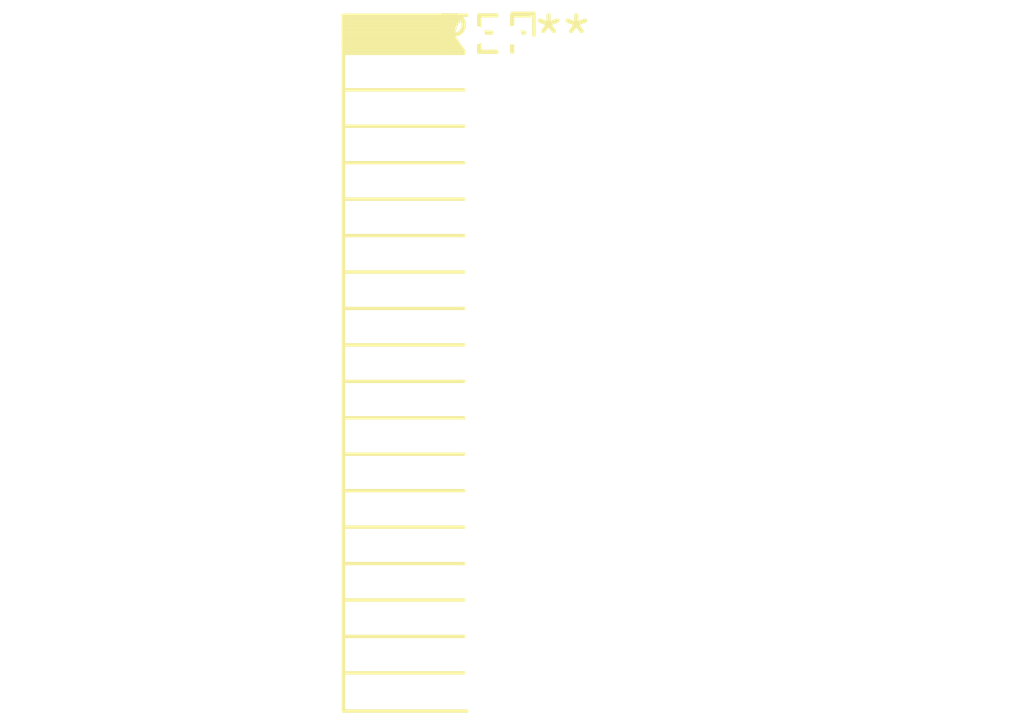
<source format=kicad_pcb>
(kicad_pcb (version 20240108) (generator pcbnew)
  (layers (0 "F.Cu" signal) (31 "B.Cu" signal) (34 "B.Paste" user) (35 "F.Paste" user) (36 "B.SilkS" user "B.Silkscreen") (37 "F.SilkS" user "F.Silkscreen") (38 "B.Mask" user) (39 "F.Mask" user) (44 "Edge.Cuts" user))
  (net 0 "")
  (footprint "PinSocket_2x19_P1.27mm_Horizontal" (layer "F.Cu") (at 0 0)
    (property "Reference" "REF**")
    (property "Value" "PinSocket_2x19_P1.27mm_Horizontal")
    (fp_line (start -5.88 -0.695) (end -5.88 23.555) (layer "F.SilkS") (stroke (width 0.12)))
    (fp_line (start -5.88 -0.695) (end -1.57753 -0.695) (layer "F.SilkS") (stroke (width 0.12)))
    (fp_line (start -5.88 -0.575) (end -1.766966 -0.575) (layer "F.SilkS") (stroke (width 0.12)))
    (fp_line (start -5.88 -0.465) (end -1.871145 -0.465) (layer "F.SilkS") (stroke (width 0.12)))
    (fp_line (start -5.88 -0.355) (end -1.941993 -0.355) (layer "F.SilkS") (stroke (width 0.12)))
    (fp_line (start -5.88 -0.245) (end -1.989427 -0.245) (layer "F.SilkS") (stroke (width 0.12)))
    (fp_line (start -5.88 -0.135) (end -2.017914 -0.135) (layer "F.SilkS") (stroke (width 0.12)))
    (fp_line (start -5.88 -0.025) (end -2.029589 -0.025) (layer "F.SilkS") (stroke (width 0.12)))
    (fp_line (start -5.88 0.085) (end -2.025232 0.085) (layer "F.SilkS") (stroke (width 0.12)))
    (fp_line (start -5.88 0.195) (end -2.004558 0.195) (layer "F.SilkS") (stroke (width 0.12)))
    (fp_line (start -5.88 0.305) (end -1.966114 0.305) (layer "F.SilkS") (stroke (width 0.12)))
    (fp_line (start -5.88 0.415) (end -1.906691 0.415) (layer "F.SilkS") (stroke (width 0.12)))
    (fp_line (start -5.88 0.525) (end -1.819523 0.525) (layer "F.SilkS") (stroke (width 0.12)))
    (fp_line (start -5.88 0.635) (end -1.687582 0.635) (layer "F.SilkS") (stroke (width 0.12)))
    (fp_line (start -5.88 1.905) (end -1.687582 1.905) (layer "F.SilkS") (stroke (width 0.12)))
    (fp_line (start -5.88 3.175) (end -1.687582 3.175) (layer "F.SilkS") (stroke (width 0.12)))
    (fp_line (start -5.88 4.445) (end -1.687582 4.445) (layer "F.SilkS") (stroke (width 0.12)))
    (fp_line (start -5.88 5.715) (end -1.687582 5.715) (layer "F.SilkS") (stroke (width 0.12)))
    (fp_line (start -5.88 6.985) (end -1.687582 6.985) (layer "F.SilkS") (stroke (width 0.12)))
    (fp_line (start -5.88 8.255) (end -1.687582 8.255) (layer "F.SilkS") (stroke (width 0.12)))
    (fp_line (start -5.88 9.525) (end -1.687582 9.525) (layer "F.SilkS") (stroke (width 0.12)))
    (fp_line (start -5.88 10.795) (end -1.687582 10.795) (layer "F.SilkS") (stroke (width 0.12)))
    (fp_line (start -5.88 12.065) (end -1.687582 12.065) (layer "F.SilkS") (stroke (width 0.12)))
    (fp_line (start -5.88 13.335) (end -1.687582 13.335) (layer "F.SilkS") (stroke (width 0.12)))
    (fp_line (start -5.88 14.605) (end -1.687582 14.605) (layer "F.SilkS") (stroke (width 0.12)))
    (fp_line (start -5.88 15.875) (end -1.687582 15.875) (layer "F.SilkS") (stroke (width 0.12)))
    (fp_line (start -5.88 17.145) (end -1.687582 17.145) (layer "F.SilkS") (stroke (width 0.12)))
    (fp_line (start -5.88 18.415) (end -1.687582 18.415) (layer "F.SilkS") (stroke (width 0.12)))
    (fp_line (start -5.88 19.685) (end -1.687582 19.685) (layer "F.SilkS") (stroke (width 0.12)))
    (fp_line (start -5.88 20.955) (end -1.687582 20.955) (layer "F.SilkS") (stroke (width 0.12)))
    (fp_line (start -5.88 22.225) (end -1.687582 22.225) (layer "F.SilkS") (stroke (width 0.12)))
    (fp_line (start -5.88 23.555) (end -1.57753 23.555) (layer "F.SilkS") (stroke (width 0.12)))
    (fp_line (start 0 -0.76) (end 0.76 -0.76) (layer "F.SilkS") (stroke (width 0.12)))
    (fp_line (start 0.76 -0.76) (end 0.76 0) (layer "F.SilkS") (stroke (width 0.12)))
    (pad "1" thru_hole rect (at 0 0) (size 1 1) (drill 0.65) (layers *.Cu *.Mask) (remove_unused_layers))
    (pad "2" thru_hole oval (at -1.27 0) (size 1 1) (drill 0.65) (layers *.Cu *.Mask) (remove_unused_layers))
    (pad "3" thru_hole oval (at 0 1.27) (size 1 1) (drill 0.65) (layers *.Cu *.Mask) (remove_unused_layers))
    (pad "4" thru_hole oval (at -1.27 1.27) (size 1 1) (drill 0.65) (layers *.Cu *.Mask) (remove_unused_layers))
    (pad "5" thru_hole oval (at 0 2.54) (size 1 1) (drill 0.65) (layers *.Cu *.Mask) (remove_unused_layers))
    (pad "6" thru_hole oval (at -1.27 2.54) (size 1 1) (drill 0.65) (layers *.Cu *.Mask) (remove_unused_layers))
    (pad "7" thru_hole oval (at 0 3.81) (size 1 1) (drill 0.65) (layers *.Cu *.Mask) (remove_unused_layers))
    (pad "8" thru_hole oval (at -1.27 3.81) (size 1 1) (drill 0.65) (layers *.Cu *.Mask) (remove_unused_layers))
    (pad "9" thru_hole oval (at 0 5.08) (size 1 1) (drill 0.65) (layers *.Cu *.Mask) (remove_unused_layers))
    (pad "10" thru_hole oval (at -1.27 5.08) (size 1 1) (drill 0.65) (layers *.Cu *.Mask) (remove_unused_layers))
    (pad "11" thru_hole oval (at 0 6.35) (size 1 1) (drill 0.65) (layers *.Cu *.Mask) (remove_unused_layers))
    (pad "12" thru_hole oval (at -1.27 6.35) (size 1 1) (drill 0.65) (layers *.Cu *.Mask) (remove_unused_layers))
    (pad "13" thru_hole oval (at 0 7.62) (size 1 1) (drill 0.65) (layers *.Cu *.Mask) (remove_unused_layers))
    (pad "14" thru_hole oval (at -1.27 7.62) (size 1 1) (drill 0.65) (layers *.Cu *.Mask) (remove_unused_layers))
    (pad "15" thru_hole oval (at 0 8.89) (size 1 1) (drill 0.65) (layers *.Cu *.Mask) (remove_unused_layers))
    (pad "16" thru_hole oval (at -1.27 8.89) (size 1 1) (drill 0.65) (layers *.Cu *.Mask) (remove_unused_layers))
    (pad "17" thru_hole oval (at 0 10.16) (size 1 1) (drill 0.65) (layers *.Cu *.Mask) (remove_unused_layers))
    (pad "18" thru_hole oval (at -1.27 10.16) (size 1 1) (drill 0.65) (layers *.Cu *.Mask) (remove_unused_layers))
    (pad "19" thru_hole oval (at 0 11.43) (size 1 1) (drill 0.65) (layers *.Cu *.Mask) (remove_unused_layers))
    (pad "20" thru_hole oval (at -1.27 11.43) (size 1 1) (drill 0.65) (layers *.Cu *.Mask) (remove_unused_layers))
    (pad "21" thru_hole oval (at 0 12.7) (size 1 1) (drill 0.65) (layers *.Cu *.Mask) (remove_unused_layers))
    (pad "22" thru_hole oval (at -1.27 12.7) (size 1 1) (drill 0.65) (layers *.Cu *.Mask) (remove_unused_layers))
    (pad "23" thru_hole oval (at 0 13.97) (size 1 1) (drill 0.65) (layers *.Cu *.Mask) (remove_unused_layers))
    (pad "24" thru_hole oval (at -1.27 13.97) (size 1 1) (drill 0.65) (layers *.Cu *.Mask) (remove_unused_layers))
    (pad "25" thru_hole oval (at 0 15.24) (size 1 1) (drill 0.65) (layers *.Cu *.Mask) (remove_unused_layers))
    (pad "26" thru_hole oval (at -1.27 15.24) (size 1 1) (drill 0.65) (layers *.Cu *.Mask) (remove_unused_layers))
    (pad "27" thru_hole oval (at 0 16.51) (size 1 1) (drill 0.65) (layers *.Cu *.Mask) (remove_unused_layers))
    (pad "28" thru_hole oval (at -1.27 16.51) (size 1 1) (drill 0.65) (layers *.Cu *.Mask) (remove_unused_layers))
    (pad "29" thru_hole oval (at 0 17.78) (size 1 1) (drill 0.65) (layers *.Cu *.Mask) (remove_unused_layers))
    (pad "30" thru_hole oval (at -1.27 17.78) (size 1 1) (drill 0.65) (layers *.Cu *.Mask) (remove_unused_layers))
    (pad "31" thru_hole oval (at 0 19.05) (size 1 1) (drill 0.65) (layers *.Cu *.Mask) (remove_unused_layers))
    (pad "32" thru_hole oval (at -1.27 19.05) (size 1 1) (drill 0.65) (layers *.Cu *.Mask) (remove_unused_layers))
    (pad "33" thru_hole oval (at 0 20.32) (size 1 1) (drill 0.65) (layers *.Cu *.Mask) (remove_unused_layers))
    (pad "34" thru_hole oval (at -1.27 20.32) (size 1 1) (drill 0.65) (layers *.Cu *.Mask) (remove_unused_layers))
    (pad "35" thru_hole oval (at 0 21.59) (size 1 1) (drill 0.65) (layers *.Cu *.Mask) (remove_unused_layers))
    (pad "36" thru_hole oval (at -1.27 21.59) (size 1 1) (drill 0.65) (layers *.Cu *.Mask) (remove_unused_layers))
    (pad "37" thru_hole oval (at 0 22.86) (size 1 1) (drill 0.65) (layers *.Cu *.Mask) (remove_unused_layers))
    (pad "38" thru_hole oval (at -1.27 22.86) (size 1 1) (drill 0.65) (layers *.Cu *.Mask) (remove_unused_layers))
  )
)
</source>
